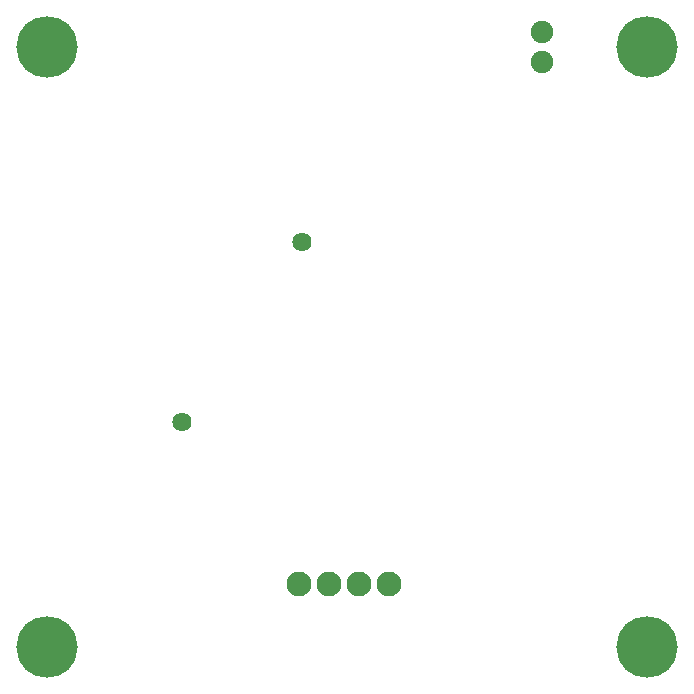
<source format=gbs>
G04 Layer: BottomSolderMaskLayer*
G04 EasyEDA v6.5.32, 2023-07-25 14:04:49*
G04 c9cfb0145de049638fc0d3ee16389aac,5a6b42c53f6a479593ecc07194224c93,10*
G04 Gerber Generator version 0.2*
G04 Scale: 100 percent, Rotated: No, Reflected: No *
G04 Dimensions in millimeters *
G04 leading zeros omitted , absolute positions ,4 integer and 5 decimal *
%FSLAX45Y45*%
%MOMM*%

%ADD10C,5.2032*%
%ADD11C,1.9016*%
%ADD12C,1.6256*%
%ADD13C,2.1016*%

%LPD*%
D10*
G01*
X381000Y5461000D03*
G01*
X5461000Y5461000D03*
G01*
X5461000Y381000D03*
G01*
X381000Y381000D03*
D11*
G01*
X4572000Y5588000D03*
G01*
X4572000Y5334000D03*
D12*
G01*
X1524000Y2285923D03*
G01*
X2540000Y3809923D03*
D13*
G01*
X3274186Y910793D03*
G01*
X2512186Y910793D03*
G01*
X2766186Y910793D03*
G01*
X3020186Y910793D03*
M02*

</source>
